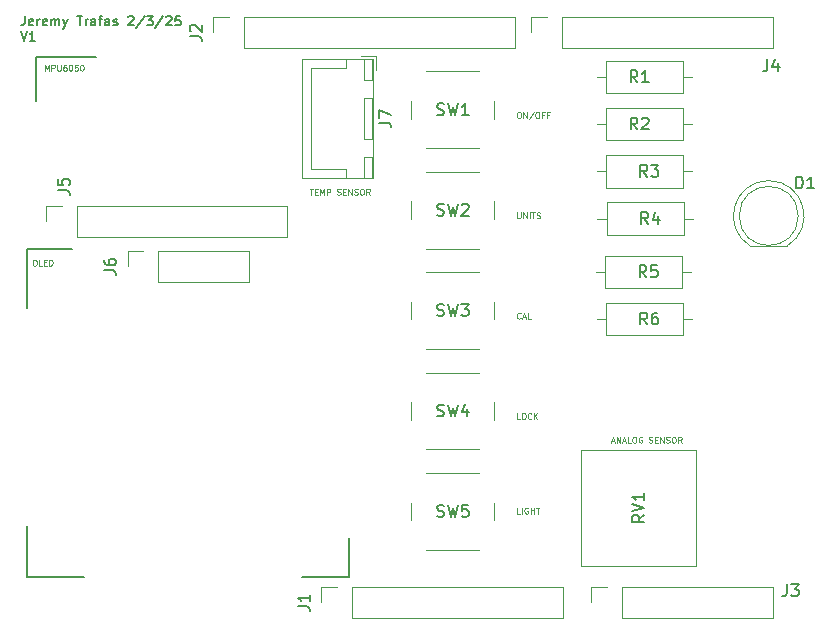
<source format=gbr>
%TF.GenerationSoftware,KiCad,Pcbnew,8.0.8*%
%TF.CreationDate,2025-02-04T07:00:28-07:00*%
%TF.ProjectId,Uno_Shield_ThermoPro,556e6f5f-5368-4696-956c-645f54686572,rev?*%
%TF.SameCoordinates,Original*%
%TF.FileFunction,Legend,Top*%
%TF.FilePolarity,Positive*%
%FSLAX46Y46*%
G04 Gerber Fmt 4.6, Leading zero omitted, Abs format (unit mm)*
G04 Created by KiCad (PCBNEW 8.0.8) date 2025-02-04 07:00:28*
%MOMM*%
%LPD*%
G01*
G04 APERTURE LIST*
%ADD10C,0.150000*%
%ADD11C,0.125000*%
%ADD12C,0.120000*%
G04 APERTURE END LIST*
D10*
X102500000Y-55000000D02*
X102500000Y-51300000D01*
X129000000Y-92000000D02*
X129000000Y-95300000D01*
X129000000Y-95300000D02*
X124988766Y-95300000D01*
X101700000Y-67500000D02*
X105500000Y-67500000D01*
X129000000Y-95300000D02*
X129000000Y-92000000D01*
X101700000Y-95300000D02*
X101700000Y-90995351D01*
X101700000Y-95300000D02*
X106509366Y-95300000D01*
X101700000Y-67500000D02*
X101700000Y-72503998D01*
X102500000Y-51300000D02*
X107503998Y-51300000D01*
D11*
X125629855Y-62432309D02*
X125915569Y-62432309D01*
X125772712Y-62932309D02*
X125772712Y-62432309D01*
X126082235Y-62670404D02*
X126248902Y-62670404D01*
X126320330Y-62932309D02*
X126082235Y-62932309D01*
X126082235Y-62932309D02*
X126082235Y-62432309D01*
X126082235Y-62432309D02*
X126320330Y-62432309D01*
X126534616Y-62932309D02*
X126534616Y-62432309D01*
X126534616Y-62432309D02*
X126701283Y-62789452D01*
X126701283Y-62789452D02*
X126867949Y-62432309D01*
X126867949Y-62432309D02*
X126867949Y-62932309D01*
X127106045Y-62932309D02*
X127106045Y-62432309D01*
X127106045Y-62432309D02*
X127296521Y-62432309D01*
X127296521Y-62432309D02*
X127344140Y-62456119D01*
X127344140Y-62456119D02*
X127367950Y-62479928D01*
X127367950Y-62479928D02*
X127391759Y-62527547D01*
X127391759Y-62527547D02*
X127391759Y-62598976D01*
X127391759Y-62598976D02*
X127367950Y-62646595D01*
X127367950Y-62646595D02*
X127344140Y-62670404D01*
X127344140Y-62670404D02*
X127296521Y-62694214D01*
X127296521Y-62694214D02*
X127106045Y-62694214D01*
X127963188Y-62908500D02*
X128034616Y-62932309D01*
X128034616Y-62932309D02*
X128153664Y-62932309D01*
X128153664Y-62932309D02*
X128201283Y-62908500D01*
X128201283Y-62908500D02*
X128225092Y-62884690D01*
X128225092Y-62884690D02*
X128248902Y-62837071D01*
X128248902Y-62837071D02*
X128248902Y-62789452D01*
X128248902Y-62789452D02*
X128225092Y-62741833D01*
X128225092Y-62741833D02*
X128201283Y-62718023D01*
X128201283Y-62718023D02*
X128153664Y-62694214D01*
X128153664Y-62694214D02*
X128058426Y-62670404D01*
X128058426Y-62670404D02*
X128010807Y-62646595D01*
X128010807Y-62646595D02*
X127986997Y-62622785D01*
X127986997Y-62622785D02*
X127963188Y-62575166D01*
X127963188Y-62575166D02*
X127963188Y-62527547D01*
X127963188Y-62527547D02*
X127986997Y-62479928D01*
X127986997Y-62479928D02*
X128010807Y-62456119D01*
X128010807Y-62456119D02*
X128058426Y-62432309D01*
X128058426Y-62432309D02*
X128177473Y-62432309D01*
X128177473Y-62432309D02*
X128248902Y-62456119D01*
X128463187Y-62670404D02*
X128629854Y-62670404D01*
X128701282Y-62932309D02*
X128463187Y-62932309D01*
X128463187Y-62932309D02*
X128463187Y-62432309D01*
X128463187Y-62432309D02*
X128701282Y-62432309D01*
X128915568Y-62932309D02*
X128915568Y-62432309D01*
X128915568Y-62432309D02*
X129201282Y-62932309D01*
X129201282Y-62932309D02*
X129201282Y-62432309D01*
X129415569Y-62908500D02*
X129486997Y-62932309D01*
X129486997Y-62932309D02*
X129606045Y-62932309D01*
X129606045Y-62932309D02*
X129653664Y-62908500D01*
X129653664Y-62908500D02*
X129677473Y-62884690D01*
X129677473Y-62884690D02*
X129701283Y-62837071D01*
X129701283Y-62837071D02*
X129701283Y-62789452D01*
X129701283Y-62789452D02*
X129677473Y-62741833D01*
X129677473Y-62741833D02*
X129653664Y-62718023D01*
X129653664Y-62718023D02*
X129606045Y-62694214D01*
X129606045Y-62694214D02*
X129510807Y-62670404D01*
X129510807Y-62670404D02*
X129463188Y-62646595D01*
X129463188Y-62646595D02*
X129439378Y-62622785D01*
X129439378Y-62622785D02*
X129415569Y-62575166D01*
X129415569Y-62575166D02*
X129415569Y-62527547D01*
X129415569Y-62527547D02*
X129439378Y-62479928D01*
X129439378Y-62479928D02*
X129463188Y-62456119D01*
X129463188Y-62456119D02*
X129510807Y-62432309D01*
X129510807Y-62432309D02*
X129629854Y-62432309D01*
X129629854Y-62432309D02*
X129701283Y-62456119D01*
X130010806Y-62432309D02*
X130106044Y-62432309D01*
X130106044Y-62432309D02*
X130153663Y-62456119D01*
X130153663Y-62456119D02*
X130201282Y-62503738D01*
X130201282Y-62503738D02*
X130225092Y-62598976D01*
X130225092Y-62598976D02*
X130225092Y-62765642D01*
X130225092Y-62765642D02*
X130201282Y-62860880D01*
X130201282Y-62860880D02*
X130153663Y-62908500D01*
X130153663Y-62908500D02*
X130106044Y-62932309D01*
X130106044Y-62932309D02*
X130010806Y-62932309D01*
X130010806Y-62932309D02*
X129963187Y-62908500D01*
X129963187Y-62908500D02*
X129915568Y-62860880D01*
X129915568Y-62860880D02*
X129891759Y-62765642D01*
X129891759Y-62765642D02*
X129891759Y-62598976D01*
X129891759Y-62598976D02*
X129915568Y-62503738D01*
X129915568Y-62503738D02*
X129963187Y-62456119D01*
X129963187Y-62456119D02*
X130010806Y-62432309D01*
X130725092Y-62932309D02*
X130558426Y-62694214D01*
X130439378Y-62932309D02*
X130439378Y-62432309D01*
X130439378Y-62432309D02*
X130629854Y-62432309D01*
X130629854Y-62432309D02*
X130677473Y-62456119D01*
X130677473Y-62456119D02*
X130701283Y-62479928D01*
X130701283Y-62479928D02*
X130725092Y-62527547D01*
X130725092Y-62527547D02*
X130725092Y-62598976D01*
X130725092Y-62598976D02*
X130701283Y-62646595D01*
X130701283Y-62646595D02*
X130677473Y-62670404D01*
X130677473Y-62670404D02*
X130629854Y-62694214D01*
X130629854Y-62694214D02*
X130439378Y-62694214D01*
X151177474Y-83789452D02*
X151415569Y-83789452D01*
X151129855Y-83932309D02*
X151296521Y-83432309D01*
X151296521Y-83432309D02*
X151463188Y-83932309D01*
X151629854Y-83932309D02*
X151629854Y-83432309D01*
X151629854Y-83432309D02*
X151915568Y-83932309D01*
X151915568Y-83932309D02*
X151915568Y-83432309D01*
X152129855Y-83789452D02*
X152367950Y-83789452D01*
X152082236Y-83932309D02*
X152248902Y-83432309D01*
X152248902Y-83432309D02*
X152415569Y-83932309D01*
X152820330Y-83932309D02*
X152582235Y-83932309D01*
X152582235Y-83932309D02*
X152582235Y-83432309D01*
X153082235Y-83432309D02*
X153177473Y-83432309D01*
X153177473Y-83432309D02*
X153225092Y-83456119D01*
X153225092Y-83456119D02*
X153272711Y-83503738D01*
X153272711Y-83503738D02*
X153296521Y-83598976D01*
X153296521Y-83598976D02*
X153296521Y-83765642D01*
X153296521Y-83765642D02*
X153272711Y-83860880D01*
X153272711Y-83860880D02*
X153225092Y-83908500D01*
X153225092Y-83908500D02*
X153177473Y-83932309D01*
X153177473Y-83932309D02*
X153082235Y-83932309D01*
X153082235Y-83932309D02*
X153034616Y-83908500D01*
X153034616Y-83908500D02*
X152986997Y-83860880D01*
X152986997Y-83860880D02*
X152963188Y-83765642D01*
X152963188Y-83765642D02*
X152963188Y-83598976D01*
X152963188Y-83598976D02*
X152986997Y-83503738D01*
X152986997Y-83503738D02*
X153034616Y-83456119D01*
X153034616Y-83456119D02*
X153082235Y-83432309D01*
X153772712Y-83456119D02*
X153725093Y-83432309D01*
X153725093Y-83432309D02*
X153653664Y-83432309D01*
X153653664Y-83432309D02*
X153582236Y-83456119D01*
X153582236Y-83456119D02*
X153534617Y-83503738D01*
X153534617Y-83503738D02*
X153510807Y-83551357D01*
X153510807Y-83551357D02*
X153486998Y-83646595D01*
X153486998Y-83646595D02*
X153486998Y-83718023D01*
X153486998Y-83718023D02*
X153510807Y-83813261D01*
X153510807Y-83813261D02*
X153534617Y-83860880D01*
X153534617Y-83860880D02*
X153582236Y-83908500D01*
X153582236Y-83908500D02*
X153653664Y-83932309D01*
X153653664Y-83932309D02*
X153701283Y-83932309D01*
X153701283Y-83932309D02*
X153772712Y-83908500D01*
X153772712Y-83908500D02*
X153796521Y-83884690D01*
X153796521Y-83884690D02*
X153796521Y-83718023D01*
X153796521Y-83718023D02*
X153701283Y-83718023D01*
X154367950Y-83908500D02*
X154439378Y-83932309D01*
X154439378Y-83932309D02*
X154558426Y-83932309D01*
X154558426Y-83932309D02*
X154606045Y-83908500D01*
X154606045Y-83908500D02*
X154629854Y-83884690D01*
X154629854Y-83884690D02*
X154653664Y-83837071D01*
X154653664Y-83837071D02*
X154653664Y-83789452D01*
X154653664Y-83789452D02*
X154629854Y-83741833D01*
X154629854Y-83741833D02*
X154606045Y-83718023D01*
X154606045Y-83718023D02*
X154558426Y-83694214D01*
X154558426Y-83694214D02*
X154463188Y-83670404D01*
X154463188Y-83670404D02*
X154415569Y-83646595D01*
X154415569Y-83646595D02*
X154391759Y-83622785D01*
X154391759Y-83622785D02*
X154367950Y-83575166D01*
X154367950Y-83575166D02*
X154367950Y-83527547D01*
X154367950Y-83527547D02*
X154391759Y-83479928D01*
X154391759Y-83479928D02*
X154415569Y-83456119D01*
X154415569Y-83456119D02*
X154463188Y-83432309D01*
X154463188Y-83432309D02*
X154582235Y-83432309D01*
X154582235Y-83432309D02*
X154653664Y-83456119D01*
X154867949Y-83670404D02*
X155034616Y-83670404D01*
X155106044Y-83932309D02*
X154867949Y-83932309D01*
X154867949Y-83932309D02*
X154867949Y-83432309D01*
X154867949Y-83432309D02*
X155106044Y-83432309D01*
X155320330Y-83932309D02*
X155320330Y-83432309D01*
X155320330Y-83432309D02*
X155606044Y-83932309D01*
X155606044Y-83932309D02*
X155606044Y-83432309D01*
X155820331Y-83908500D02*
X155891759Y-83932309D01*
X155891759Y-83932309D02*
X156010807Y-83932309D01*
X156010807Y-83932309D02*
X156058426Y-83908500D01*
X156058426Y-83908500D02*
X156082235Y-83884690D01*
X156082235Y-83884690D02*
X156106045Y-83837071D01*
X156106045Y-83837071D02*
X156106045Y-83789452D01*
X156106045Y-83789452D02*
X156082235Y-83741833D01*
X156082235Y-83741833D02*
X156058426Y-83718023D01*
X156058426Y-83718023D02*
X156010807Y-83694214D01*
X156010807Y-83694214D02*
X155915569Y-83670404D01*
X155915569Y-83670404D02*
X155867950Y-83646595D01*
X155867950Y-83646595D02*
X155844140Y-83622785D01*
X155844140Y-83622785D02*
X155820331Y-83575166D01*
X155820331Y-83575166D02*
X155820331Y-83527547D01*
X155820331Y-83527547D02*
X155844140Y-83479928D01*
X155844140Y-83479928D02*
X155867950Y-83456119D01*
X155867950Y-83456119D02*
X155915569Y-83432309D01*
X155915569Y-83432309D02*
X156034616Y-83432309D01*
X156034616Y-83432309D02*
X156106045Y-83456119D01*
X156415568Y-83432309D02*
X156510806Y-83432309D01*
X156510806Y-83432309D02*
X156558425Y-83456119D01*
X156558425Y-83456119D02*
X156606044Y-83503738D01*
X156606044Y-83503738D02*
X156629854Y-83598976D01*
X156629854Y-83598976D02*
X156629854Y-83765642D01*
X156629854Y-83765642D02*
X156606044Y-83860880D01*
X156606044Y-83860880D02*
X156558425Y-83908500D01*
X156558425Y-83908500D02*
X156510806Y-83932309D01*
X156510806Y-83932309D02*
X156415568Y-83932309D01*
X156415568Y-83932309D02*
X156367949Y-83908500D01*
X156367949Y-83908500D02*
X156320330Y-83860880D01*
X156320330Y-83860880D02*
X156296521Y-83765642D01*
X156296521Y-83765642D02*
X156296521Y-83598976D01*
X156296521Y-83598976D02*
X156320330Y-83503738D01*
X156320330Y-83503738D02*
X156367949Y-83456119D01*
X156367949Y-83456119D02*
X156415568Y-83432309D01*
X157129854Y-83932309D02*
X156963188Y-83694214D01*
X156844140Y-83932309D02*
X156844140Y-83432309D01*
X156844140Y-83432309D02*
X157034616Y-83432309D01*
X157034616Y-83432309D02*
X157082235Y-83456119D01*
X157082235Y-83456119D02*
X157106045Y-83479928D01*
X157106045Y-83479928D02*
X157129854Y-83527547D01*
X157129854Y-83527547D02*
X157129854Y-83598976D01*
X157129854Y-83598976D02*
X157106045Y-83646595D01*
X157106045Y-83646595D02*
X157082235Y-83670404D01*
X157082235Y-83670404D02*
X157034616Y-83694214D01*
X157034616Y-83694214D02*
X156844140Y-83694214D01*
X143439378Y-81932309D02*
X143201283Y-81932309D01*
X143201283Y-81932309D02*
X143201283Y-81432309D01*
X143701283Y-81432309D02*
X143796521Y-81432309D01*
X143796521Y-81432309D02*
X143844140Y-81456119D01*
X143844140Y-81456119D02*
X143891759Y-81503738D01*
X143891759Y-81503738D02*
X143915569Y-81598976D01*
X143915569Y-81598976D02*
X143915569Y-81765642D01*
X143915569Y-81765642D02*
X143891759Y-81860880D01*
X143891759Y-81860880D02*
X143844140Y-81908500D01*
X143844140Y-81908500D02*
X143796521Y-81932309D01*
X143796521Y-81932309D02*
X143701283Y-81932309D01*
X143701283Y-81932309D02*
X143653664Y-81908500D01*
X143653664Y-81908500D02*
X143606045Y-81860880D01*
X143606045Y-81860880D02*
X143582236Y-81765642D01*
X143582236Y-81765642D02*
X143582236Y-81598976D01*
X143582236Y-81598976D02*
X143606045Y-81503738D01*
X143606045Y-81503738D02*
X143653664Y-81456119D01*
X143653664Y-81456119D02*
X143701283Y-81432309D01*
X144415569Y-81884690D02*
X144391760Y-81908500D01*
X144391760Y-81908500D02*
X144320331Y-81932309D01*
X144320331Y-81932309D02*
X144272712Y-81932309D01*
X144272712Y-81932309D02*
X144201284Y-81908500D01*
X144201284Y-81908500D02*
X144153665Y-81860880D01*
X144153665Y-81860880D02*
X144129855Y-81813261D01*
X144129855Y-81813261D02*
X144106046Y-81718023D01*
X144106046Y-81718023D02*
X144106046Y-81646595D01*
X144106046Y-81646595D02*
X144129855Y-81551357D01*
X144129855Y-81551357D02*
X144153665Y-81503738D01*
X144153665Y-81503738D02*
X144201284Y-81456119D01*
X144201284Y-81456119D02*
X144272712Y-81432309D01*
X144272712Y-81432309D02*
X144320331Y-81432309D01*
X144320331Y-81432309D02*
X144391760Y-81456119D01*
X144391760Y-81456119D02*
X144415569Y-81479928D01*
X144629855Y-81932309D02*
X144629855Y-81432309D01*
X144915569Y-81932309D02*
X144701284Y-81646595D01*
X144915569Y-81432309D02*
X144629855Y-81718023D01*
X143296521Y-55932309D02*
X143391759Y-55932309D01*
X143391759Y-55932309D02*
X143439378Y-55956119D01*
X143439378Y-55956119D02*
X143486997Y-56003738D01*
X143486997Y-56003738D02*
X143510807Y-56098976D01*
X143510807Y-56098976D02*
X143510807Y-56265642D01*
X143510807Y-56265642D02*
X143486997Y-56360880D01*
X143486997Y-56360880D02*
X143439378Y-56408500D01*
X143439378Y-56408500D02*
X143391759Y-56432309D01*
X143391759Y-56432309D02*
X143296521Y-56432309D01*
X143296521Y-56432309D02*
X143248902Y-56408500D01*
X143248902Y-56408500D02*
X143201283Y-56360880D01*
X143201283Y-56360880D02*
X143177474Y-56265642D01*
X143177474Y-56265642D02*
X143177474Y-56098976D01*
X143177474Y-56098976D02*
X143201283Y-56003738D01*
X143201283Y-56003738D02*
X143248902Y-55956119D01*
X143248902Y-55956119D02*
X143296521Y-55932309D01*
X143725093Y-56432309D02*
X143725093Y-55932309D01*
X143725093Y-55932309D02*
X144010807Y-56432309D01*
X144010807Y-56432309D02*
X144010807Y-55932309D01*
X144606046Y-55908500D02*
X144177475Y-56551357D01*
X144867951Y-55932309D02*
X144963189Y-55932309D01*
X144963189Y-55932309D02*
X145010808Y-55956119D01*
X145010808Y-55956119D02*
X145058427Y-56003738D01*
X145058427Y-56003738D02*
X145082237Y-56098976D01*
X145082237Y-56098976D02*
X145082237Y-56265642D01*
X145082237Y-56265642D02*
X145058427Y-56360880D01*
X145058427Y-56360880D02*
X145010808Y-56408500D01*
X145010808Y-56408500D02*
X144963189Y-56432309D01*
X144963189Y-56432309D02*
X144867951Y-56432309D01*
X144867951Y-56432309D02*
X144820332Y-56408500D01*
X144820332Y-56408500D02*
X144772713Y-56360880D01*
X144772713Y-56360880D02*
X144748904Y-56265642D01*
X144748904Y-56265642D02*
X144748904Y-56098976D01*
X144748904Y-56098976D02*
X144772713Y-56003738D01*
X144772713Y-56003738D02*
X144820332Y-55956119D01*
X144820332Y-55956119D02*
X144867951Y-55932309D01*
X145463190Y-56170404D02*
X145296523Y-56170404D01*
X145296523Y-56432309D02*
X145296523Y-55932309D01*
X145296523Y-55932309D02*
X145534618Y-55932309D01*
X145891761Y-56170404D02*
X145725094Y-56170404D01*
X145725094Y-56432309D02*
X145725094Y-55932309D01*
X145725094Y-55932309D02*
X145963189Y-55932309D01*
X143201283Y-64432309D02*
X143201283Y-64837071D01*
X143201283Y-64837071D02*
X143225093Y-64884690D01*
X143225093Y-64884690D02*
X143248902Y-64908500D01*
X143248902Y-64908500D02*
X143296521Y-64932309D01*
X143296521Y-64932309D02*
X143391759Y-64932309D01*
X143391759Y-64932309D02*
X143439378Y-64908500D01*
X143439378Y-64908500D02*
X143463188Y-64884690D01*
X143463188Y-64884690D02*
X143486997Y-64837071D01*
X143486997Y-64837071D02*
X143486997Y-64432309D01*
X143725093Y-64932309D02*
X143725093Y-64432309D01*
X143725093Y-64432309D02*
X144010807Y-64932309D01*
X144010807Y-64932309D02*
X144010807Y-64432309D01*
X144248903Y-64932309D02*
X144248903Y-64432309D01*
X144415570Y-64432309D02*
X144701284Y-64432309D01*
X144558427Y-64932309D02*
X144558427Y-64432309D01*
X144844141Y-64908500D02*
X144915569Y-64932309D01*
X144915569Y-64932309D02*
X145034617Y-64932309D01*
X145034617Y-64932309D02*
X145082236Y-64908500D01*
X145082236Y-64908500D02*
X145106045Y-64884690D01*
X145106045Y-64884690D02*
X145129855Y-64837071D01*
X145129855Y-64837071D02*
X145129855Y-64789452D01*
X145129855Y-64789452D02*
X145106045Y-64741833D01*
X145106045Y-64741833D02*
X145082236Y-64718023D01*
X145082236Y-64718023D02*
X145034617Y-64694214D01*
X145034617Y-64694214D02*
X144939379Y-64670404D01*
X144939379Y-64670404D02*
X144891760Y-64646595D01*
X144891760Y-64646595D02*
X144867950Y-64622785D01*
X144867950Y-64622785D02*
X144844141Y-64575166D01*
X144844141Y-64575166D02*
X144844141Y-64527547D01*
X144844141Y-64527547D02*
X144867950Y-64479928D01*
X144867950Y-64479928D02*
X144891760Y-64456119D01*
X144891760Y-64456119D02*
X144939379Y-64432309D01*
X144939379Y-64432309D02*
X145058426Y-64432309D01*
X145058426Y-64432309D02*
X145129855Y-64456119D01*
D10*
X101517731Y-47806340D02*
X101517731Y-48377768D01*
X101517731Y-48377768D02*
X101479636Y-48492054D01*
X101479636Y-48492054D02*
X101403445Y-48568245D01*
X101403445Y-48568245D02*
X101289160Y-48606340D01*
X101289160Y-48606340D02*
X101212969Y-48606340D01*
X102203446Y-48568245D02*
X102127255Y-48606340D01*
X102127255Y-48606340D02*
X101974874Y-48606340D01*
X101974874Y-48606340D02*
X101898684Y-48568245D01*
X101898684Y-48568245D02*
X101860588Y-48492054D01*
X101860588Y-48492054D02*
X101860588Y-48187292D01*
X101860588Y-48187292D02*
X101898684Y-48111102D01*
X101898684Y-48111102D02*
X101974874Y-48073006D01*
X101974874Y-48073006D02*
X102127255Y-48073006D01*
X102127255Y-48073006D02*
X102203446Y-48111102D01*
X102203446Y-48111102D02*
X102241541Y-48187292D01*
X102241541Y-48187292D02*
X102241541Y-48263483D01*
X102241541Y-48263483D02*
X101860588Y-48339673D01*
X102584398Y-48606340D02*
X102584398Y-48073006D01*
X102584398Y-48225387D02*
X102622493Y-48149197D01*
X102622493Y-48149197D02*
X102660588Y-48111102D01*
X102660588Y-48111102D02*
X102736779Y-48073006D01*
X102736779Y-48073006D02*
X102812969Y-48073006D01*
X103384398Y-48568245D02*
X103308207Y-48606340D01*
X103308207Y-48606340D02*
X103155826Y-48606340D01*
X103155826Y-48606340D02*
X103079636Y-48568245D01*
X103079636Y-48568245D02*
X103041540Y-48492054D01*
X103041540Y-48492054D02*
X103041540Y-48187292D01*
X103041540Y-48187292D02*
X103079636Y-48111102D01*
X103079636Y-48111102D02*
X103155826Y-48073006D01*
X103155826Y-48073006D02*
X103308207Y-48073006D01*
X103308207Y-48073006D02*
X103384398Y-48111102D01*
X103384398Y-48111102D02*
X103422493Y-48187292D01*
X103422493Y-48187292D02*
X103422493Y-48263483D01*
X103422493Y-48263483D02*
X103041540Y-48339673D01*
X103765350Y-48606340D02*
X103765350Y-48073006D01*
X103765350Y-48149197D02*
X103803445Y-48111102D01*
X103803445Y-48111102D02*
X103879635Y-48073006D01*
X103879635Y-48073006D02*
X103993921Y-48073006D01*
X103993921Y-48073006D02*
X104070112Y-48111102D01*
X104070112Y-48111102D02*
X104108207Y-48187292D01*
X104108207Y-48187292D02*
X104108207Y-48606340D01*
X104108207Y-48187292D02*
X104146302Y-48111102D01*
X104146302Y-48111102D02*
X104222493Y-48073006D01*
X104222493Y-48073006D02*
X104336778Y-48073006D01*
X104336778Y-48073006D02*
X104412969Y-48111102D01*
X104412969Y-48111102D02*
X104451064Y-48187292D01*
X104451064Y-48187292D02*
X104451064Y-48606340D01*
X104755826Y-48073006D02*
X104946302Y-48606340D01*
X105136779Y-48073006D02*
X104946302Y-48606340D01*
X104946302Y-48606340D02*
X104870112Y-48796816D01*
X104870112Y-48796816D02*
X104832017Y-48834911D01*
X104832017Y-48834911D02*
X104755826Y-48873006D01*
X105936779Y-47806340D02*
X106393922Y-47806340D01*
X106165350Y-48606340D02*
X106165350Y-47806340D01*
X106660589Y-48606340D02*
X106660589Y-48073006D01*
X106660589Y-48225387D02*
X106698684Y-48149197D01*
X106698684Y-48149197D02*
X106736779Y-48111102D01*
X106736779Y-48111102D02*
X106812970Y-48073006D01*
X106812970Y-48073006D02*
X106889160Y-48073006D01*
X107498684Y-48606340D02*
X107498684Y-48187292D01*
X107498684Y-48187292D02*
X107460589Y-48111102D01*
X107460589Y-48111102D02*
X107384398Y-48073006D01*
X107384398Y-48073006D02*
X107232017Y-48073006D01*
X107232017Y-48073006D02*
X107155827Y-48111102D01*
X107498684Y-48568245D02*
X107422493Y-48606340D01*
X107422493Y-48606340D02*
X107232017Y-48606340D01*
X107232017Y-48606340D02*
X107155827Y-48568245D01*
X107155827Y-48568245D02*
X107117731Y-48492054D01*
X107117731Y-48492054D02*
X107117731Y-48415864D01*
X107117731Y-48415864D02*
X107155827Y-48339673D01*
X107155827Y-48339673D02*
X107232017Y-48301578D01*
X107232017Y-48301578D02*
X107422493Y-48301578D01*
X107422493Y-48301578D02*
X107498684Y-48263483D01*
X107765351Y-48073006D02*
X108070113Y-48073006D01*
X107879637Y-48606340D02*
X107879637Y-47920625D01*
X107879637Y-47920625D02*
X107917732Y-47844435D01*
X107917732Y-47844435D02*
X107993922Y-47806340D01*
X107993922Y-47806340D02*
X108070113Y-47806340D01*
X108679637Y-48606340D02*
X108679637Y-48187292D01*
X108679637Y-48187292D02*
X108641542Y-48111102D01*
X108641542Y-48111102D02*
X108565351Y-48073006D01*
X108565351Y-48073006D02*
X108412970Y-48073006D01*
X108412970Y-48073006D02*
X108336780Y-48111102D01*
X108679637Y-48568245D02*
X108603446Y-48606340D01*
X108603446Y-48606340D02*
X108412970Y-48606340D01*
X108412970Y-48606340D02*
X108336780Y-48568245D01*
X108336780Y-48568245D02*
X108298684Y-48492054D01*
X108298684Y-48492054D02*
X108298684Y-48415864D01*
X108298684Y-48415864D02*
X108336780Y-48339673D01*
X108336780Y-48339673D02*
X108412970Y-48301578D01*
X108412970Y-48301578D02*
X108603446Y-48301578D01*
X108603446Y-48301578D02*
X108679637Y-48263483D01*
X109022494Y-48568245D02*
X109098685Y-48606340D01*
X109098685Y-48606340D02*
X109251066Y-48606340D01*
X109251066Y-48606340D02*
X109327256Y-48568245D01*
X109327256Y-48568245D02*
X109365352Y-48492054D01*
X109365352Y-48492054D02*
X109365352Y-48453959D01*
X109365352Y-48453959D02*
X109327256Y-48377768D01*
X109327256Y-48377768D02*
X109251066Y-48339673D01*
X109251066Y-48339673D02*
X109136780Y-48339673D01*
X109136780Y-48339673D02*
X109060590Y-48301578D01*
X109060590Y-48301578D02*
X109022494Y-48225387D01*
X109022494Y-48225387D02*
X109022494Y-48187292D01*
X109022494Y-48187292D02*
X109060590Y-48111102D01*
X109060590Y-48111102D02*
X109136780Y-48073006D01*
X109136780Y-48073006D02*
X109251066Y-48073006D01*
X109251066Y-48073006D02*
X109327256Y-48111102D01*
X110279637Y-47882530D02*
X110317733Y-47844435D01*
X110317733Y-47844435D02*
X110393923Y-47806340D01*
X110393923Y-47806340D02*
X110584399Y-47806340D01*
X110584399Y-47806340D02*
X110660590Y-47844435D01*
X110660590Y-47844435D02*
X110698685Y-47882530D01*
X110698685Y-47882530D02*
X110736780Y-47958721D01*
X110736780Y-47958721D02*
X110736780Y-48034911D01*
X110736780Y-48034911D02*
X110698685Y-48149197D01*
X110698685Y-48149197D02*
X110241542Y-48606340D01*
X110241542Y-48606340D02*
X110736780Y-48606340D01*
X111651066Y-47768245D02*
X110965352Y-48796816D01*
X111841542Y-47806340D02*
X112336780Y-47806340D01*
X112336780Y-47806340D02*
X112070114Y-48111102D01*
X112070114Y-48111102D02*
X112184399Y-48111102D01*
X112184399Y-48111102D02*
X112260590Y-48149197D01*
X112260590Y-48149197D02*
X112298685Y-48187292D01*
X112298685Y-48187292D02*
X112336780Y-48263483D01*
X112336780Y-48263483D02*
X112336780Y-48453959D01*
X112336780Y-48453959D02*
X112298685Y-48530149D01*
X112298685Y-48530149D02*
X112260590Y-48568245D01*
X112260590Y-48568245D02*
X112184399Y-48606340D01*
X112184399Y-48606340D02*
X111955828Y-48606340D01*
X111955828Y-48606340D02*
X111879637Y-48568245D01*
X111879637Y-48568245D02*
X111841542Y-48530149D01*
X113251066Y-47768245D02*
X112565352Y-48796816D01*
X113479637Y-47882530D02*
X113517733Y-47844435D01*
X113517733Y-47844435D02*
X113593923Y-47806340D01*
X113593923Y-47806340D02*
X113784399Y-47806340D01*
X113784399Y-47806340D02*
X113860590Y-47844435D01*
X113860590Y-47844435D02*
X113898685Y-47882530D01*
X113898685Y-47882530D02*
X113936780Y-47958721D01*
X113936780Y-47958721D02*
X113936780Y-48034911D01*
X113936780Y-48034911D02*
X113898685Y-48149197D01*
X113898685Y-48149197D02*
X113441542Y-48606340D01*
X113441542Y-48606340D02*
X113936780Y-48606340D01*
X114660590Y-47806340D02*
X114279638Y-47806340D01*
X114279638Y-47806340D02*
X114241542Y-48187292D01*
X114241542Y-48187292D02*
X114279638Y-48149197D01*
X114279638Y-48149197D02*
X114355828Y-48111102D01*
X114355828Y-48111102D02*
X114546304Y-48111102D01*
X114546304Y-48111102D02*
X114622495Y-48149197D01*
X114622495Y-48149197D02*
X114660590Y-48187292D01*
X114660590Y-48187292D02*
X114698685Y-48263483D01*
X114698685Y-48263483D02*
X114698685Y-48453959D01*
X114698685Y-48453959D02*
X114660590Y-48530149D01*
X114660590Y-48530149D02*
X114622495Y-48568245D01*
X114622495Y-48568245D02*
X114546304Y-48606340D01*
X114546304Y-48606340D02*
X114355828Y-48606340D01*
X114355828Y-48606340D02*
X114279638Y-48568245D01*
X114279638Y-48568245D02*
X114241542Y-48530149D01*
X101174874Y-49094295D02*
X101441541Y-49894295D01*
X101441541Y-49894295D02*
X101708207Y-49094295D01*
X102393921Y-49894295D02*
X101936778Y-49894295D01*
X102165350Y-49894295D02*
X102165350Y-49094295D01*
X102165350Y-49094295D02*
X102089159Y-49208580D01*
X102089159Y-49208580D02*
X102012969Y-49284771D01*
X102012969Y-49284771D02*
X101936778Y-49322866D01*
D11*
X143439378Y-89932309D02*
X143201283Y-89932309D01*
X143201283Y-89932309D02*
X143201283Y-89432309D01*
X143606045Y-89932309D02*
X143606045Y-89432309D01*
X144106045Y-89456119D02*
X144058426Y-89432309D01*
X144058426Y-89432309D02*
X143986997Y-89432309D01*
X143986997Y-89432309D02*
X143915569Y-89456119D01*
X143915569Y-89456119D02*
X143867950Y-89503738D01*
X143867950Y-89503738D02*
X143844140Y-89551357D01*
X143844140Y-89551357D02*
X143820331Y-89646595D01*
X143820331Y-89646595D02*
X143820331Y-89718023D01*
X143820331Y-89718023D02*
X143844140Y-89813261D01*
X143844140Y-89813261D02*
X143867950Y-89860880D01*
X143867950Y-89860880D02*
X143915569Y-89908500D01*
X143915569Y-89908500D02*
X143986997Y-89932309D01*
X143986997Y-89932309D02*
X144034616Y-89932309D01*
X144034616Y-89932309D02*
X144106045Y-89908500D01*
X144106045Y-89908500D02*
X144129854Y-89884690D01*
X144129854Y-89884690D02*
X144129854Y-89718023D01*
X144129854Y-89718023D02*
X144034616Y-89718023D01*
X144344140Y-89932309D02*
X144344140Y-89432309D01*
X144344140Y-89670404D02*
X144629854Y-89670404D01*
X144629854Y-89932309D02*
X144629854Y-89432309D01*
X144796522Y-89432309D02*
X145082236Y-89432309D01*
X144939379Y-89932309D02*
X144939379Y-89432309D01*
X143486997Y-73384690D02*
X143463188Y-73408500D01*
X143463188Y-73408500D02*
X143391759Y-73432309D01*
X143391759Y-73432309D02*
X143344140Y-73432309D01*
X143344140Y-73432309D02*
X143272712Y-73408500D01*
X143272712Y-73408500D02*
X143225093Y-73360880D01*
X143225093Y-73360880D02*
X143201283Y-73313261D01*
X143201283Y-73313261D02*
X143177474Y-73218023D01*
X143177474Y-73218023D02*
X143177474Y-73146595D01*
X143177474Y-73146595D02*
X143201283Y-73051357D01*
X143201283Y-73051357D02*
X143225093Y-73003738D01*
X143225093Y-73003738D02*
X143272712Y-72956119D01*
X143272712Y-72956119D02*
X143344140Y-72932309D01*
X143344140Y-72932309D02*
X143391759Y-72932309D01*
X143391759Y-72932309D02*
X143463188Y-72956119D01*
X143463188Y-72956119D02*
X143486997Y-72979928D01*
X143677474Y-73289452D02*
X143915569Y-73289452D01*
X143629855Y-73432309D02*
X143796521Y-72932309D01*
X143796521Y-72932309D02*
X143963188Y-73432309D01*
X144367949Y-73432309D02*
X144129854Y-73432309D01*
X144129854Y-73432309D02*
X144129854Y-72932309D01*
X103201283Y-52432309D02*
X103201283Y-51932309D01*
X103201283Y-51932309D02*
X103367950Y-52289452D01*
X103367950Y-52289452D02*
X103534616Y-51932309D01*
X103534616Y-51932309D02*
X103534616Y-52432309D01*
X103772712Y-52432309D02*
X103772712Y-51932309D01*
X103772712Y-51932309D02*
X103963188Y-51932309D01*
X103963188Y-51932309D02*
X104010807Y-51956119D01*
X104010807Y-51956119D02*
X104034617Y-51979928D01*
X104034617Y-51979928D02*
X104058426Y-52027547D01*
X104058426Y-52027547D02*
X104058426Y-52098976D01*
X104058426Y-52098976D02*
X104034617Y-52146595D01*
X104034617Y-52146595D02*
X104010807Y-52170404D01*
X104010807Y-52170404D02*
X103963188Y-52194214D01*
X103963188Y-52194214D02*
X103772712Y-52194214D01*
X104272712Y-51932309D02*
X104272712Y-52337071D01*
X104272712Y-52337071D02*
X104296522Y-52384690D01*
X104296522Y-52384690D02*
X104320331Y-52408500D01*
X104320331Y-52408500D02*
X104367950Y-52432309D01*
X104367950Y-52432309D02*
X104463188Y-52432309D01*
X104463188Y-52432309D02*
X104510807Y-52408500D01*
X104510807Y-52408500D02*
X104534617Y-52384690D01*
X104534617Y-52384690D02*
X104558426Y-52337071D01*
X104558426Y-52337071D02*
X104558426Y-51932309D01*
X105010808Y-51932309D02*
X104915570Y-51932309D01*
X104915570Y-51932309D02*
X104867951Y-51956119D01*
X104867951Y-51956119D02*
X104844141Y-51979928D01*
X104844141Y-51979928D02*
X104796522Y-52051357D01*
X104796522Y-52051357D02*
X104772713Y-52146595D01*
X104772713Y-52146595D02*
X104772713Y-52337071D01*
X104772713Y-52337071D02*
X104796522Y-52384690D01*
X104796522Y-52384690D02*
X104820332Y-52408500D01*
X104820332Y-52408500D02*
X104867951Y-52432309D01*
X104867951Y-52432309D02*
X104963189Y-52432309D01*
X104963189Y-52432309D02*
X105010808Y-52408500D01*
X105010808Y-52408500D02*
X105034617Y-52384690D01*
X105034617Y-52384690D02*
X105058427Y-52337071D01*
X105058427Y-52337071D02*
X105058427Y-52218023D01*
X105058427Y-52218023D02*
X105034617Y-52170404D01*
X105034617Y-52170404D02*
X105010808Y-52146595D01*
X105010808Y-52146595D02*
X104963189Y-52122785D01*
X104963189Y-52122785D02*
X104867951Y-52122785D01*
X104867951Y-52122785D02*
X104820332Y-52146595D01*
X104820332Y-52146595D02*
X104796522Y-52170404D01*
X104796522Y-52170404D02*
X104772713Y-52218023D01*
X105367950Y-51932309D02*
X105415569Y-51932309D01*
X105415569Y-51932309D02*
X105463188Y-51956119D01*
X105463188Y-51956119D02*
X105486998Y-51979928D01*
X105486998Y-51979928D02*
X105510807Y-52027547D01*
X105510807Y-52027547D02*
X105534617Y-52122785D01*
X105534617Y-52122785D02*
X105534617Y-52241833D01*
X105534617Y-52241833D02*
X105510807Y-52337071D01*
X105510807Y-52337071D02*
X105486998Y-52384690D01*
X105486998Y-52384690D02*
X105463188Y-52408500D01*
X105463188Y-52408500D02*
X105415569Y-52432309D01*
X105415569Y-52432309D02*
X105367950Y-52432309D01*
X105367950Y-52432309D02*
X105320331Y-52408500D01*
X105320331Y-52408500D02*
X105296522Y-52384690D01*
X105296522Y-52384690D02*
X105272712Y-52337071D01*
X105272712Y-52337071D02*
X105248903Y-52241833D01*
X105248903Y-52241833D02*
X105248903Y-52122785D01*
X105248903Y-52122785D02*
X105272712Y-52027547D01*
X105272712Y-52027547D02*
X105296522Y-51979928D01*
X105296522Y-51979928D02*
X105320331Y-51956119D01*
X105320331Y-51956119D02*
X105367950Y-51932309D01*
X105986997Y-51932309D02*
X105748902Y-51932309D01*
X105748902Y-51932309D02*
X105725093Y-52170404D01*
X105725093Y-52170404D02*
X105748902Y-52146595D01*
X105748902Y-52146595D02*
X105796521Y-52122785D01*
X105796521Y-52122785D02*
X105915569Y-52122785D01*
X105915569Y-52122785D02*
X105963188Y-52146595D01*
X105963188Y-52146595D02*
X105986997Y-52170404D01*
X105986997Y-52170404D02*
X106010807Y-52218023D01*
X106010807Y-52218023D02*
X106010807Y-52337071D01*
X106010807Y-52337071D02*
X105986997Y-52384690D01*
X105986997Y-52384690D02*
X105963188Y-52408500D01*
X105963188Y-52408500D02*
X105915569Y-52432309D01*
X105915569Y-52432309D02*
X105796521Y-52432309D01*
X105796521Y-52432309D02*
X105748902Y-52408500D01*
X105748902Y-52408500D02*
X105725093Y-52384690D01*
X106320330Y-51932309D02*
X106367949Y-51932309D01*
X106367949Y-51932309D02*
X106415568Y-51956119D01*
X106415568Y-51956119D02*
X106439378Y-51979928D01*
X106439378Y-51979928D02*
X106463187Y-52027547D01*
X106463187Y-52027547D02*
X106486997Y-52122785D01*
X106486997Y-52122785D02*
X106486997Y-52241833D01*
X106486997Y-52241833D02*
X106463187Y-52337071D01*
X106463187Y-52337071D02*
X106439378Y-52384690D01*
X106439378Y-52384690D02*
X106415568Y-52408500D01*
X106415568Y-52408500D02*
X106367949Y-52432309D01*
X106367949Y-52432309D02*
X106320330Y-52432309D01*
X106320330Y-52432309D02*
X106272711Y-52408500D01*
X106272711Y-52408500D02*
X106248902Y-52384690D01*
X106248902Y-52384690D02*
X106225092Y-52337071D01*
X106225092Y-52337071D02*
X106201283Y-52241833D01*
X106201283Y-52241833D02*
X106201283Y-52122785D01*
X106201283Y-52122785D02*
X106225092Y-52027547D01*
X106225092Y-52027547D02*
X106248902Y-51979928D01*
X106248902Y-51979928D02*
X106272711Y-51956119D01*
X106272711Y-51956119D02*
X106320330Y-51932309D01*
X102296521Y-68432309D02*
X102391759Y-68432309D01*
X102391759Y-68432309D02*
X102439378Y-68456119D01*
X102439378Y-68456119D02*
X102486997Y-68503738D01*
X102486997Y-68503738D02*
X102510807Y-68598976D01*
X102510807Y-68598976D02*
X102510807Y-68765642D01*
X102510807Y-68765642D02*
X102486997Y-68860880D01*
X102486997Y-68860880D02*
X102439378Y-68908500D01*
X102439378Y-68908500D02*
X102391759Y-68932309D01*
X102391759Y-68932309D02*
X102296521Y-68932309D01*
X102296521Y-68932309D02*
X102248902Y-68908500D01*
X102248902Y-68908500D02*
X102201283Y-68860880D01*
X102201283Y-68860880D02*
X102177474Y-68765642D01*
X102177474Y-68765642D02*
X102177474Y-68598976D01*
X102177474Y-68598976D02*
X102201283Y-68503738D01*
X102201283Y-68503738D02*
X102248902Y-68456119D01*
X102248902Y-68456119D02*
X102296521Y-68432309D01*
X102963188Y-68932309D02*
X102725093Y-68932309D01*
X102725093Y-68932309D02*
X102725093Y-68432309D01*
X103129855Y-68670404D02*
X103296522Y-68670404D01*
X103367950Y-68932309D02*
X103129855Y-68932309D01*
X103129855Y-68932309D02*
X103129855Y-68432309D01*
X103129855Y-68432309D02*
X103367950Y-68432309D01*
X103582236Y-68932309D02*
X103582236Y-68432309D01*
X103582236Y-68432309D02*
X103701284Y-68432309D01*
X103701284Y-68432309D02*
X103772712Y-68456119D01*
X103772712Y-68456119D02*
X103820331Y-68503738D01*
X103820331Y-68503738D02*
X103844141Y-68551357D01*
X103844141Y-68551357D02*
X103867950Y-68646595D01*
X103867950Y-68646595D02*
X103867950Y-68718023D01*
X103867950Y-68718023D02*
X103844141Y-68813261D01*
X103844141Y-68813261D02*
X103820331Y-68860880D01*
X103820331Y-68860880D02*
X103772712Y-68908500D01*
X103772712Y-68908500D02*
X103701284Y-68932309D01*
X103701284Y-68932309D02*
X103582236Y-68932309D01*
D10*
X124624819Y-97793333D02*
X125339104Y-97793333D01*
X125339104Y-97793333D02*
X125481961Y-97840952D01*
X125481961Y-97840952D02*
X125577200Y-97936190D01*
X125577200Y-97936190D02*
X125624819Y-98079047D01*
X125624819Y-98079047D02*
X125624819Y-98174285D01*
X125624819Y-96793333D02*
X125624819Y-97364761D01*
X125624819Y-97079047D02*
X124624819Y-97079047D01*
X124624819Y-97079047D02*
X124767676Y-97174285D01*
X124767676Y-97174285D02*
X124862914Y-97269523D01*
X124862914Y-97269523D02*
X124910533Y-97364761D01*
X166026666Y-95934819D02*
X166026666Y-96649104D01*
X166026666Y-96649104D02*
X165979047Y-96791961D01*
X165979047Y-96791961D02*
X165883809Y-96887200D01*
X165883809Y-96887200D02*
X165740952Y-96934819D01*
X165740952Y-96934819D02*
X165645714Y-96934819D01*
X166407619Y-95934819D02*
X167026666Y-95934819D01*
X167026666Y-95934819D02*
X166693333Y-96315771D01*
X166693333Y-96315771D02*
X166836190Y-96315771D01*
X166836190Y-96315771D02*
X166931428Y-96363390D01*
X166931428Y-96363390D02*
X166979047Y-96411009D01*
X166979047Y-96411009D02*
X167026666Y-96506247D01*
X167026666Y-96506247D02*
X167026666Y-96744342D01*
X167026666Y-96744342D02*
X166979047Y-96839580D01*
X166979047Y-96839580D02*
X166931428Y-96887200D01*
X166931428Y-96887200D02*
X166836190Y-96934819D01*
X166836190Y-96934819D02*
X166550476Y-96934819D01*
X166550476Y-96934819D02*
X166455238Y-96887200D01*
X166455238Y-96887200D02*
X166407619Y-96839580D01*
X115480819Y-49533333D02*
X116195104Y-49533333D01*
X116195104Y-49533333D02*
X116337961Y-49580952D01*
X116337961Y-49580952D02*
X116433200Y-49676190D01*
X116433200Y-49676190D02*
X116480819Y-49819047D01*
X116480819Y-49819047D02*
X116480819Y-49914285D01*
X115576057Y-49104761D02*
X115528438Y-49057142D01*
X115528438Y-49057142D02*
X115480819Y-48961904D01*
X115480819Y-48961904D02*
X115480819Y-48723809D01*
X115480819Y-48723809D02*
X115528438Y-48628571D01*
X115528438Y-48628571D02*
X115576057Y-48580952D01*
X115576057Y-48580952D02*
X115671295Y-48533333D01*
X115671295Y-48533333D02*
X115766533Y-48533333D01*
X115766533Y-48533333D02*
X115909390Y-48580952D01*
X115909390Y-48580952D02*
X116480819Y-49152380D01*
X116480819Y-49152380D02*
X116480819Y-48533333D01*
X164386666Y-51484819D02*
X164386666Y-52199104D01*
X164386666Y-52199104D02*
X164339047Y-52341961D01*
X164339047Y-52341961D02*
X164243809Y-52437200D01*
X164243809Y-52437200D02*
X164100952Y-52484819D01*
X164100952Y-52484819D02*
X164005714Y-52484819D01*
X165291428Y-51818152D02*
X165291428Y-52484819D01*
X165053333Y-51437200D02*
X164815238Y-52151485D01*
X164815238Y-52151485D02*
X165434285Y-52151485D01*
X136416667Y-81657200D02*
X136559524Y-81704819D01*
X136559524Y-81704819D02*
X136797619Y-81704819D01*
X136797619Y-81704819D02*
X136892857Y-81657200D01*
X136892857Y-81657200D02*
X136940476Y-81609580D01*
X136940476Y-81609580D02*
X136988095Y-81514342D01*
X136988095Y-81514342D02*
X136988095Y-81419104D01*
X136988095Y-81419104D02*
X136940476Y-81323866D01*
X136940476Y-81323866D02*
X136892857Y-81276247D01*
X136892857Y-81276247D02*
X136797619Y-81228628D01*
X136797619Y-81228628D02*
X136607143Y-81181009D01*
X136607143Y-81181009D02*
X136511905Y-81133390D01*
X136511905Y-81133390D02*
X136464286Y-81085771D01*
X136464286Y-81085771D02*
X136416667Y-80990533D01*
X136416667Y-80990533D02*
X136416667Y-80895295D01*
X136416667Y-80895295D02*
X136464286Y-80800057D01*
X136464286Y-80800057D02*
X136511905Y-80752438D01*
X136511905Y-80752438D02*
X136607143Y-80704819D01*
X136607143Y-80704819D02*
X136845238Y-80704819D01*
X136845238Y-80704819D02*
X136988095Y-80752438D01*
X137321429Y-80704819D02*
X137559524Y-81704819D01*
X137559524Y-81704819D02*
X137750000Y-80990533D01*
X137750000Y-80990533D02*
X137940476Y-81704819D01*
X137940476Y-81704819D02*
X138178572Y-80704819D01*
X138988095Y-81038152D02*
X138988095Y-81704819D01*
X138750000Y-80657200D02*
X138511905Y-81371485D01*
X138511905Y-81371485D02*
X139130952Y-81371485D01*
X166831905Y-62404819D02*
X166831905Y-61404819D01*
X166831905Y-61404819D02*
X167070000Y-61404819D01*
X167070000Y-61404819D02*
X167212857Y-61452438D01*
X167212857Y-61452438D02*
X167308095Y-61547676D01*
X167308095Y-61547676D02*
X167355714Y-61642914D01*
X167355714Y-61642914D02*
X167403333Y-61833390D01*
X167403333Y-61833390D02*
X167403333Y-61976247D01*
X167403333Y-61976247D02*
X167355714Y-62166723D01*
X167355714Y-62166723D02*
X167308095Y-62261961D01*
X167308095Y-62261961D02*
X167212857Y-62357200D01*
X167212857Y-62357200D02*
X167070000Y-62404819D01*
X167070000Y-62404819D02*
X166831905Y-62404819D01*
X168355714Y-62404819D02*
X167784286Y-62404819D01*
X168070000Y-62404819D02*
X168070000Y-61404819D01*
X168070000Y-61404819D02*
X167974762Y-61547676D01*
X167974762Y-61547676D02*
X167879524Y-61642914D01*
X167879524Y-61642914D02*
X167784286Y-61690533D01*
X136416667Y-90157200D02*
X136559524Y-90204819D01*
X136559524Y-90204819D02*
X136797619Y-90204819D01*
X136797619Y-90204819D02*
X136892857Y-90157200D01*
X136892857Y-90157200D02*
X136940476Y-90109580D01*
X136940476Y-90109580D02*
X136988095Y-90014342D01*
X136988095Y-90014342D02*
X136988095Y-89919104D01*
X136988095Y-89919104D02*
X136940476Y-89823866D01*
X136940476Y-89823866D02*
X136892857Y-89776247D01*
X136892857Y-89776247D02*
X136797619Y-89728628D01*
X136797619Y-89728628D02*
X136607143Y-89681009D01*
X136607143Y-89681009D02*
X136511905Y-89633390D01*
X136511905Y-89633390D02*
X136464286Y-89585771D01*
X136464286Y-89585771D02*
X136416667Y-89490533D01*
X136416667Y-89490533D02*
X136416667Y-89395295D01*
X136416667Y-89395295D02*
X136464286Y-89300057D01*
X136464286Y-89300057D02*
X136511905Y-89252438D01*
X136511905Y-89252438D02*
X136607143Y-89204819D01*
X136607143Y-89204819D02*
X136845238Y-89204819D01*
X136845238Y-89204819D02*
X136988095Y-89252438D01*
X137321429Y-89204819D02*
X137559524Y-90204819D01*
X137559524Y-90204819D02*
X137750000Y-89490533D01*
X137750000Y-89490533D02*
X137940476Y-90204819D01*
X137940476Y-90204819D02*
X138178572Y-89204819D01*
X139035714Y-89204819D02*
X138559524Y-89204819D01*
X138559524Y-89204819D02*
X138511905Y-89681009D01*
X138511905Y-89681009D02*
X138559524Y-89633390D01*
X138559524Y-89633390D02*
X138654762Y-89585771D01*
X138654762Y-89585771D02*
X138892857Y-89585771D01*
X138892857Y-89585771D02*
X138988095Y-89633390D01*
X138988095Y-89633390D02*
X139035714Y-89681009D01*
X139035714Y-89681009D02*
X139083333Y-89776247D01*
X139083333Y-89776247D02*
X139083333Y-90014342D01*
X139083333Y-90014342D02*
X139035714Y-90109580D01*
X139035714Y-90109580D02*
X138988095Y-90157200D01*
X138988095Y-90157200D02*
X138892857Y-90204819D01*
X138892857Y-90204819D02*
X138654762Y-90204819D01*
X138654762Y-90204819D02*
X138559524Y-90157200D01*
X138559524Y-90157200D02*
X138511905Y-90109580D01*
X136416667Y-64657200D02*
X136559524Y-64704819D01*
X136559524Y-64704819D02*
X136797619Y-64704819D01*
X136797619Y-64704819D02*
X136892857Y-64657200D01*
X136892857Y-64657200D02*
X136940476Y-64609580D01*
X136940476Y-64609580D02*
X136988095Y-64514342D01*
X136988095Y-64514342D02*
X136988095Y-64419104D01*
X136988095Y-64419104D02*
X136940476Y-64323866D01*
X136940476Y-64323866D02*
X136892857Y-64276247D01*
X136892857Y-64276247D02*
X136797619Y-64228628D01*
X136797619Y-64228628D02*
X136607143Y-64181009D01*
X136607143Y-64181009D02*
X136511905Y-64133390D01*
X136511905Y-64133390D02*
X136464286Y-64085771D01*
X136464286Y-64085771D02*
X136416667Y-63990533D01*
X136416667Y-63990533D02*
X136416667Y-63895295D01*
X136416667Y-63895295D02*
X136464286Y-63800057D01*
X136464286Y-63800057D02*
X136511905Y-63752438D01*
X136511905Y-63752438D02*
X136607143Y-63704819D01*
X136607143Y-63704819D02*
X136845238Y-63704819D01*
X136845238Y-63704819D02*
X136988095Y-63752438D01*
X137321429Y-63704819D02*
X137559524Y-64704819D01*
X137559524Y-64704819D02*
X137750000Y-63990533D01*
X137750000Y-63990533D02*
X137940476Y-64704819D01*
X137940476Y-64704819D02*
X138178572Y-63704819D01*
X138511905Y-63800057D02*
X138559524Y-63752438D01*
X138559524Y-63752438D02*
X138654762Y-63704819D01*
X138654762Y-63704819D02*
X138892857Y-63704819D01*
X138892857Y-63704819D02*
X138988095Y-63752438D01*
X138988095Y-63752438D02*
X139035714Y-63800057D01*
X139035714Y-63800057D02*
X139083333Y-63895295D01*
X139083333Y-63895295D02*
X139083333Y-63990533D01*
X139083333Y-63990533D02*
X139035714Y-64133390D01*
X139035714Y-64133390D02*
X138464286Y-64704819D01*
X138464286Y-64704819D02*
X139083333Y-64704819D01*
X154293333Y-65414819D02*
X153960000Y-64938628D01*
X153721905Y-65414819D02*
X153721905Y-64414819D01*
X153721905Y-64414819D02*
X154102857Y-64414819D01*
X154102857Y-64414819D02*
X154198095Y-64462438D01*
X154198095Y-64462438D02*
X154245714Y-64510057D01*
X154245714Y-64510057D02*
X154293333Y-64605295D01*
X154293333Y-64605295D02*
X154293333Y-64748152D01*
X154293333Y-64748152D02*
X154245714Y-64843390D01*
X154245714Y-64843390D02*
X154198095Y-64891009D01*
X154198095Y-64891009D02*
X154102857Y-64938628D01*
X154102857Y-64938628D02*
X153721905Y-64938628D01*
X155150476Y-64748152D02*
X155150476Y-65414819D01*
X154912381Y-64367200D02*
X154674286Y-65081485D01*
X154674286Y-65081485D02*
X155293333Y-65081485D01*
X153373333Y-53414819D02*
X153040000Y-52938628D01*
X152801905Y-53414819D02*
X152801905Y-52414819D01*
X152801905Y-52414819D02*
X153182857Y-52414819D01*
X153182857Y-52414819D02*
X153278095Y-52462438D01*
X153278095Y-52462438D02*
X153325714Y-52510057D01*
X153325714Y-52510057D02*
X153373333Y-52605295D01*
X153373333Y-52605295D02*
X153373333Y-52748152D01*
X153373333Y-52748152D02*
X153325714Y-52843390D01*
X153325714Y-52843390D02*
X153278095Y-52891009D01*
X153278095Y-52891009D02*
X153182857Y-52938628D01*
X153182857Y-52938628D02*
X152801905Y-52938628D01*
X154325714Y-53414819D02*
X153754286Y-53414819D01*
X154040000Y-53414819D02*
X154040000Y-52414819D01*
X154040000Y-52414819D02*
X153944762Y-52557676D01*
X153944762Y-52557676D02*
X153849524Y-52652914D01*
X153849524Y-52652914D02*
X153754286Y-52700533D01*
X136416667Y-73157200D02*
X136559524Y-73204819D01*
X136559524Y-73204819D02*
X136797619Y-73204819D01*
X136797619Y-73204819D02*
X136892857Y-73157200D01*
X136892857Y-73157200D02*
X136940476Y-73109580D01*
X136940476Y-73109580D02*
X136988095Y-73014342D01*
X136988095Y-73014342D02*
X136988095Y-72919104D01*
X136988095Y-72919104D02*
X136940476Y-72823866D01*
X136940476Y-72823866D02*
X136892857Y-72776247D01*
X136892857Y-72776247D02*
X136797619Y-72728628D01*
X136797619Y-72728628D02*
X136607143Y-72681009D01*
X136607143Y-72681009D02*
X136511905Y-72633390D01*
X136511905Y-72633390D02*
X136464286Y-72585771D01*
X136464286Y-72585771D02*
X136416667Y-72490533D01*
X136416667Y-72490533D02*
X136416667Y-72395295D01*
X136416667Y-72395295D02*
X136464286Y-72300057D01*
X136464286Y-72300057D02*
X136511905Y-72252438D01*
X136511905Y-72252438D02*
X136607143Y-72204819D01*
X136607143Y-72204819D02*
X136845238Y-72204819D01*
X136845238Y-72204819D02*
X136988095Y-72252438D01*
X137321429Y-72204819D02*
X137559524Y-73204819D01*
X137559524Y-73204819D02*
X137750000Y-72490533D01*
X137750000Y-72490533D02*
X137940476Y-73204819D01*
X137940476Y-73204819D02*
X138178572Y-72204819D01*
X138464286Y-72204819D02*
X139083333Y-72204819D01*
X139083333Y-72204819D02*
X138750000Y-72585771D01*
X138750000Y-72585771D02*
X138892857Y-72585771D01*
X138892857Y-72585771D02*
X138988095Y-72633390D01*
X138988095Y-72633390D02*
X139035714Y-72681009D01*
X139035714Y-72681009D02*
X139083333Y-72776247D01*
X139083333Y-72776247D02*
X139083333Y-73014342D01*
X139083333Y-73014342D02*
X139035714Y-73109580D01*
X139035714Y-73109580D02*
X138988095Y-73157200D01*
X138988095Y-73157200D02*
X138892857Y-73204819D01*
X138892857Y-73204819D02*
X138607143Y-73204819D01*
X138607143Y-73204819D02*
X138511905Y-73157200D01*
X138511905Y-73157200D02*
X138464286Y-73109580D01*
X108234819Y-69343333D02*
X108949104Y-69343333D01*
X108949104Y-69343333D02*
X109091961Y-69390952D01*
X109091961Y-69390952D02*
X109187200Y-69486190D01*
X109187200Y-69486190D02*
X109234819Y-69629047D01*
X109234819Y-69629047D02*
X109234819Y-69724285D01*
X108234819Y-68438571D02*
X108234819Y-68629047D01*
X108234819Y-68629047D02*
X108282438Y-68724285D01*
X108282438Y-68724285D02*
X108330057Y-68771904D01*
X108330057Y-68771904D02*
X108472914Y-68867142D01*
X108472914Y-68867142D02*
X108663390Y-68914761D01*
X108663390Y-68914761D02*
X109044342Y-68914761D01*
X109044342Y-68914761D02*
X109139580Y-68867142D01*
X109139580Y-68867142D02*
X109187200Y-68819523D01*
X109187200Y-68819523D02*
X109234819Y-68724285D01*
X109234819Y-68724285D02*
X109234819Y-68533809D01*
X109234819Y-68533809D02*
X109187200Y-68438571D01*
X109187200Y-68438571D02*
X109139580Y-68390952D01*
X109139580Y-68390952D02*
X109044342Y-68343333D01*
X109044342Y-68343333D02*
X108806247Y-68343333D01*
X108806247Y-68343333D02*
X108711009Y-68390952D01*
X108711009Y-68390952D02*
X108663390Y-68438571D01*
X108663390Y-68438571D02*
X108615771Y-68533809D01*
X108615771Y-68533809D02*
X108615771Y-68724285D01*
X108615771Y-68724285D02*
X108663390Y-68819523D01*
X108663390Y-68819523D02*
X108711009Y-68867142D01*
X108711009Y-68867142D02*
X108806247Y-68914761D01*
X136416667Y-56157200D02*
X136559524Y-56204819D01*
X136559524Y-56204819D02*
X136797619Y-56204819D01*
X136797619Y-56204819D02*
X136892857Y-56157200D01*
X136892857Y-56157200D02*
X136940476Y-56109580D01*
X136940476Y-56109580D02*
X136988095Y-56014342D01*
X136988095Y-56014342D02*
X136988095Y-55919104D01*
X136988095Y-55919104D02*
X136940476Y-55823866D01*
X136940476Y-55823866D02*
X136892857Y-55776247D01*
X136892857Y-55776247D02*
X136797619Y-55728628D01*
X136797619Y-55728628D02*
X136607143Y-55681009D01*
X136607143Y-55681009D02*
X136511905Y-55633390D01*
X136511905Y-55633390D02*
X136464286Y-55585771D01*
X136464286Y-55585771D02*
X136416667Y-55490533D01*
X136416667Y-55490533D02*
X136416667Y-55395295D01*
X136416667Y-55395295D02*
X136464286Y-55300057D01*
X136464286Y-55300057D02*
X136511905Y-55252438D01*
X136511905Y-55252438D02*
X136607143Y-55204819D01*
X136607143Y-55204819D02*
X136845238Y-55204819D01*
X136845238Y-55204819D02*
X136988095Y-55252438D01*
X137321429Y-55204819D02*
X137559524Y-56204819D01*
X137559524Y-56204819D02*
X137750000Y-55490533D01*
X137750000Y-55490533D02*
X137940476Y-56204819D01*
X137940476Y-56204819D02*
X138178572Y-55204819D01*
X139083333Y-56204819D02*
X138511905Y-56204819D01*
X138797619Y-56204819D02*
X138797619Y-55204819D01*
X138797619Y-55204819D02*
X138702381Y-55347676D01*
X138702381Y-55347676D02*
X138607143Y-55442914D01*
X138607143Y-55442914D02*
X138511905Y-55490533D01*
X131504819Y-56833333D02*
X132219104Y-56833333D01*
X132219104Y-56833333D02*
X132361961Y-56880952D01*
X132361961Y-56880952D02*
X132457200Y-56976190D01*
X132457200Y-56976190D02*
X132504819Y-57119047D01*
X132504819Y-57119047D02*
X132504819Y-57214285D01*
X131504819Y-56452380D02*
X131504819Y-55785714D01*
X131504819Y-55785714D02*
X132504819Y-56214285D01*
X154133333Y-69914819D02*
X153800000Y-69438628D01*
X153561905Y-69914819D02*
X153561905Y-68914819D01*
X153561905Y-68914819D02*
X153942857Y-68914819D01*
X153942857Y-68914819D02*
X154038095Y-68962438D01*
X154038095Y-68962438D02*
X154085714Y-69010057D01*
X154085714Y-69010057D02*
X154133333Y-69105295D01*
X154133333Y-69105295D02*
X154133333Y-69248152D01*
X154133333Y-69248152D02*
X154085714Y-69343390D01*
X154085714Y-69343390D02*
X154038095Y-69391009D01*
X154038095Y-69391009D02*
X153942857Y-69438628D01*
X153942857Y-69438628D02*
X153561905Y-69438628D01*
X155038095Y-68914819D02*
X154561905Y-68914819D01*
X154561905Y-68914819D02*
X154514286Y-69391009D01*
X154514286Y-69391009D02*
X154561905Y-69343390D01*
X154561905Y-69343390D02*
X154657143Y-69295771D01*
X154657143Y-69295771D02*
X154895238Y-69295771D01*
X154895238Y-69295771D02*
X154990476Y-69343390D01*
X154990476Y-69343390D02*
X155038095Y-69391009D01*
X155038095Y-69391009D02*
X155085714Y-69486247D01*
X155085714Y-69486247D02*
X155085714Y-69724342D01*
X155085714Y-69724342D02*
X155038095Y-69819580D01*
X155038095Y-69819580D02*
X154990476Y-69867200D01*
X154990476Y-69867200D02*
X154895238Y-69914819D01*
X154895238Y-69914819D02*
X154657143Y-69914819D01*
X154657143Y-69914819D02*
X154561905Y-69867200D01*
X154561905Y-69867200D02*
X154514286Y-69819580D01*
X153373333Y-57414819D02*
X153040000Y-56938628D01*
X152801905Y-57414819D02*
X152801905Y-56414819D01*
X152801905Y-56414819D02*
X153182857Y-56414819D01*
X153182857Y-56414819D02*
X153278095Y-56462438D01*
X153278095Y-56462438D02*
X153325714Y-56510057D01*
X153325714Y-56510057D02*
X153373333Y-56605295D01*
X153373333Y-56605295D02*
X153373333Y-56748152D01*
X153373333Y-56748152D02*
X153325714Y-56843390D01*
X153325714Y-56843390D02*
X153278095Y-56891009D01*
X153278095Y-56891009D02*
X153182857Y-56938628D01*
X153182857Y-56938628D02*
X152801905Y-56938628D01*
X153754286Y-56510057D02*
X153801905Y-56462438D01*
X153801905Y-56462438D02*
X153897143Y-56414819D01*
X153897143Y-56414819D02*
X154135238Y-56414819D01*
X154135238Y-56414819D02*
X154230476Y-56462438D01*
X154230476Y-56462438D02*
X154278095Y-56510057D01*
X154278095Y-56510057D02*
X154325714Y-56605295D01*
X154325714Y-56605295D02*
X154325714Y-56700533D01*
X154325714Y-56700533D02*
X154278095Y-56843390D01*
X154278095Y-56843390D02*
X153706667Y-57414819D01*
X153706667Y-57414819D02*
X154325714Y-57414819D01*
X153954819Y-90040238D02*
X153478628Y-90373571D01*
X153954819Y-90611666D02*
X152954819Y-90611666D01*
X152954819Y-90611666D02*
X152954819Y-90230714D01*
X152954819Y-90230714D02*
X153002438Y-90135476D01*
X153002438Y-90135476D02*
X153050057Y-90087857D01*
X153050057Y-90087857D02*
X153145295Y-90040238D01*
X153145295Y-90040238D02*
X153288152Y-90040238D01*
X153288152Y-90040238D02*
X153383390Y-90087857D01*
X153383390Y-90087857D02*
X153431009Y-90135476D01*
X153431009Y-90135476D02*
X153478628Y-90230714D01*
X153478628Y-90230714D02*
X153478628Y-90611666D01*
X152954819Y-89754523D02*
X153954819Y-89421190D01*
X153954819Y-89421190D02*
X152954819Y-89087857D01*
X153954819Y-88230714D02*
X153954819Y-88802142D01*
X153954819Y-88516428D02*
X152954819Y-88516428D01*
X152954819Y-88516428D02*
X153097676Y-88611666D01*
X153097676Y-88611666D02*
X153192914Y-88706904D01*
X153192914Y-88706904D02*
X153240533Y-88802142D01*
X104314819Y-62573333D02*
X105029104Y-62573333D01*
X105029104Y-62573333D02*
X105171961Y-62620952D01*
X105171961Y-62620952D02*
X105267200Y-62716190D01*
X105267200Y-62716190D02*
X105314819Y-62859047D01*
X105314819Y-62859047D02*
X105314819Y-62954285D01*
X104314819Y-61620952D02*
X104314819Y-62097142D01*
X104314819Y-62097142D02*
X104791009Y-62144761D01*
X104791009Y-62144761D02*
X104743390Y-62097142D01*
X104743390Y-62097142D02*
X104695771Y-62001904D01*
X104695771Y-62001904D02*
X104695771Y-61763809D01*
X104695771Y-61763809D02*
X104743390Y-61668571D01*
X104743390Y-61668571D02*
X104791009Y-61620952D01*
X104791009Y-61620952D02*
X104886247Y-61573333D01*
X104886247Y-61573333D02*
X105124342Y-61573333D01*
X105124342Y-61573333D02*
X105219580Y-61620952D01*
X105219580Y-61620952D02*
X105267200Y-61668571D01*
X105267200Y-61668571D02*
X105314819Y-61763809D01*
X105314819Y-61763809D02*
X105314819Y-62001904D01*
X105314819Y-62001904D02*
X105267200Y-62097142D01*
X105267200Y-62097142D02*
X105219580Y-62144761D01*
X154213333Y-73914819D02*
X153880000Y-73438628D01*
X153641905Y-73914819D02*
X153641905Y-72914819D01*
X153641905Y-72914819D02*
X154022857Y-72914819D01*
X154022857Y-72914819D02*
X154118095Y-72962438D01*
X154118095Y-72962438D02*
X154165714Y-73010057D01*
X154165714Y-73010057D02*
X154213333Y-73105295D01*
X154213333Y-73105295D02*
X154213333Y-73248152D01*
X154213333Y-73248152D02*
X154165714Y-73343390D01*
X154165714Y-73343390D02*
X154118095Y-73391009D01*
X154118095Y-73391009D02*
X154022857Y-73438628D01*
X154022857Y-73438628D02*
X153641905Y-73438628D01*
X155070476Y-72914819D02*
X154880000Y-72914819D01*
X154880000Y-72914819D02*
X154784762Y-72962438D01*
X154784762Y-72962438D02*
X154737143Y-73010057D01*
X154737143Y-73010057D02*
X154641905Y-73152914D01*
X154641905Y-73152914D02*
X154594286Y-73343390D01*
X154594286Y-73343390D02*
X154594286Y-73724342D01*
X154594286Y-73724342D02*
X154641905Y-73819580D01*
X154641905Y-73819580D02*
X154689524Y-73867200D01*
X154689524Y-73867200D02*
X154784762Y-73914819D01*
X154784762Y-73914819D02*
X154975238Y-73914819D01*
X154975238Y-73914819D02*
X155070476Y-73867200D01*
X155070476Y-73867200D02*
X155118095Y-73819580D01*
X155118095Y-73819580D02*
X155165714Y-73724342D01*
X155165714Y-73724342D02*
X155165714Y-73486247D01*
X155165714Y-73486247D02*
X155118095Y-73391009D01*
X155118095Y-73391009D02*
X155070476Y-73343390D01*
X155070476Y-73343390D02*
X154975238Y-73295771D01*
X154975238Y-73295771D02*
X154784762Y-73295771D01*
X154784762Y-73295771D02*
X154689524Y-73343390D01*
X154689524Y-73343390D02*
X154641905Y-73391009D01*
X154641905Y-73391009D02*
X154594286Y-73486247D01*
X154213333Y-61414819D02*
X153880000Y-60938628D01*
X153641905Y-61414819D02*
X153641905Y-60414819D01*
X153641905Y-60414819D02*
X154022857Y-60414819D01*
X154022857Y-60414819D02*
X154118095Y-60462438D01*
X154118095Y-60462438D02*
X154165714Y-60510057D01*
X154165714Y-60510057D02*
X154213333Y-60605295D01*
X154213333Y-60605295D02*
X154213333Y-60748152D01*
X154213333Y-60748152D02*
X154165714Y-60843390D01*
X154165714Y-60843390D02*
X154118095Y-60891009D01*
X154118095Y-60891009D02*
X154022857Y-60938628D01*
X154022857Y-60938628D02*
X153641905Y-60938628D01*
X154546667Y-60414819D02*
X155165714Y-60414819D01*
X155165714Y-60414819D02*
X154832381Y-60795771D01*
X154832381Y-60795771D02*
X154975238Y-60795771D01*
X154975238Y-60795771D02*
X155070476Y-60843390D01*
X155070476Y-60843390D02*
X155118095Y-60891009D01*
X155118095Y-60891009D02*
X155165714Y-60986247D01*
X155165714Y-60986247D02*
X155165714Y-61224342D01*
X155165714Y-61224342D02*
X155118095Y-61319580D01*
X155118095Y-61319580D02*
X155070476Y-61367200D01*
X155070476Y-61367200D02*
X154975238Y-61414819D01*
X154975238Y-61414819D02*
X154689524Y-61414819D01*
X154689524Y-61414819D02*
X154594286Y-61367200D01*
X154594286Y-61367200D02*
X154546667Y-61319580D01*
D12*
%TO.C,J1*%
X126610000Y-96130000D02*
X127940000Y-96130000D01*
X126610000Y-97460000D02*
X126610000Y-96130000D01*
X129210000Y-96130000D02*
X147050000Y-96130000D01*
X129210000Y-98790000D02*
X129210000Y-96130000D01*
X129210000Y-98790000D02*
X147050000Y-98790000D01*
X147050000Y-98790000D02*
X147050000Y-96130000D01*
%TO.C,J3*%
X149470000Y-96130000D02*
X150800000Y-96130000D01*
X149470000Y-97460000D02*
X149470000Y-96130000D01*
X152070000Y-96130000D02*
X164830000Y-96130000D01*
X152070000Y-98790000D02*
X152070000Y-96130000D01*
X152070000Y-98790000D02*
X164830000Y-98790000D01*
X164830000Y-98790000D02*
X164830000Y-96130000D01*
%TO.C,J2*%
X117466000Y-47870000D02*
X118796000Y-47870000D01*
X117466000Y-49200000D02*
X117466000Y-47870000D01*
X120066000Y-47870000D02*
X142986000Y-47870000D01*
X120066000Y-50530000D02*
X120066000Y-47870000D01*
X120066000Y-50530000D02*
X142986000Y-50530000D01*
X142986000Y-50530000D02*
X142986000Y-47870000D01*
%TO.C,J4*%
X144390000Y-47870000D02*
X145720000Y-47870000D01*
X144390000Y-49200000D02*
X144390000Y-47870000D01*
X146990000Y-47870000D02*
X164830000Y-47870000D01*
X146990000Y-50530000D02*
X146990000Y-47870000D01*
X146990000Y-50530000D02*
X164830000Y-50530000D01*
X164830000Y-50530000D02*
X164830000Y-47870000D01*
%TO.C,SW4*%
X134250000Y-80500000D02*
X134250000Y-82000000D01*
X135500000Y-84500000D02*
X140000000Y-84500000D01*
X140000000Y-78000000D02*
X135500000Y-78000000D01*
X141250000Y-82000000D02*
X141250000Y-80500000D01*
%TO.C,D1*%
X162955000Y-67290000D02*
X166045000Y-67290000D01*
X162955170Y-67290000D02*
G75*
G02*
X164500462Y-61740000I1544830J2560000D01*
G01*
X164499538Y-61740000D02*
G75*
G02*
X166044830Y-67290000I462J-2990000D01*
G01*
X167000000Y-64730000D02*
G75*
G02*
X162000000Y-64730000I-2500000J0D01*
G01*
X162000000Y-64730000D02*
G75*
G02*
X167000000Y-64730000I2500000J0D01*
G01*
%TO.C,SW5*%
X134250000Y-89000000D02*
X134250000Y-90500000D01*
X135500000Y-93000000D02*
X140000000Y-93000000D01*
X140000000Y-86500000D02*
X135500000Y-86500000D01*
X141250000Y-90500000D02*
X141250000Y-89000000D01*
%TO.C,SW2*%
X134250000Y-63500000D02*
X134250000Y-65000000D01*
X135500000Y-67500000D02*
X140000000Y-67500000D01*
X140000000Y-61000000D02*
X135500000Y-61000000D01*
X141250000Y-65000000D02*
X141250000Y-63500000D01*
%TO.C,R4*%
X150000000Y-64960000D02*
X150770000Y-64960000D01*
X150770000Y-63590000D02*
X150770000Y-66330000D01*
X150770000Y-66330000D02*
X157310000Y-66330000D01*
X157310000Y-63590000D02*
X150770000Y-63590000D01*
X157310000Y-66330000D02*
X157310000Y-63590000D01*
X158080000Y-64960000D02*
X157310000Y-64960000D01*
%TO.C,R1*%
X149920000Y-52960000D02*
X150690000Y-52960000D01*
X150690000Y-51590000D02*
X150690000Y-54330000D01*
X150690000Y-54330000D02*
X157230000Y-54330000D01*
X157230000Y-51590000D02*
X150690000Y-51590000D01*
X157230000Y-54330000D02*
X157230000Y-51590000D01*
X158000000Y-52960000D02*
X157230000Y-52960000D01*
%TO.C,SW3*%
X134250000Y-72000000D02*
X134250000Y-73500000D01*
X135500000Y-76000000D02*
X140000000Y-76000000D01*
X140000000Y-69500000D02*
X135500000Y-69500000D01*
X141250000Y-73500000D02*
X141250000Y-72000000D01*
%TO.C,J6*%
X110220000Y-67680000D02*
X111550000Y-67680000D01*
X110220000Y-69010000D02*
X110220000Y-67680000D01*
X112820000Y-67680000D02*
X120500000Y-67680000D01*
X112820000Y-70340000D02*
X112820000Y-67680000D01*
X112820000Y-70340000D02*
X120500000Y-70340000D01*
X120500000Y-70340000D02*
X120500000Y-67680000D01*
%TO.C,SW1*%
X134250000Y-55000000D02*
X134250000Y-56500000D01*
X135500000Y-59000000D02*
X140000000Y-59000000D01*
X140000000Y-52500000D02*
X135500000Y-52500000D01*
X141250000Y-56500000D02*
X141250000Y-55000000D01*
%TO.C,J7*%
X124990000Y-51440000D02*
X124990000Y-61560000D01*
X124990000Y-61560000D02*
X130960000Y-61560000D01*
X125750000Y-52200000D02*
X125750000Y-56500000D01*
X125750000Y-60800000D02*
X125750000Y-56500000D01*
X128700000Y-51450000D02*
X128700000Y-52200000D01*
X128700000Y-52200000D02*
X125750000Y-52200000D01*
X128700000Y-60800000D02*
X125750000Y-60800000D01*
X128700000Y-61550000D02*
X128700000Y-60800000D01*
X130200000Y-51450000D02*
X130200000Y-53250000D01*
X130200000Y-53250000D02*
X130950000Y-53250000D01*
X130200000Y-54750000D02*
X130200000Y-58250000D01*
X130200000Y-58250000D02*
X130950000Y-58250000D01*
X130200000Y-59750000D02*
X130200000Y-61550000D01*
X130200000Y-61550000D02*
X130950000Y-61550000D01*
X130950000Y-51450000D02*
X130200000Y-51450000D01*
X130950000Y-53250000D02*
X130950000Y-51450000D01*
X130950000Y-54750000D02*
X130200000Y-54750000D01*
X130950000Y-58250000D02*
X130950000Y-54750000D01*
X130950000Y-59750000D02*
X130200000Y-59750000D01*
X130950000Y-61550000D02*
X130950000Y-59750000D01*
X130960000Y-51440000D02*
X124990000Y-51440000D01*
X130960000Y-61560000D02*
X130960000Y-51440000D01*
X131250000Y-51150000D02*
X130000000Y-51150000D01*
X131250000Y-52400000D02*
X131250000Y-51150000D01*
%TO.C,R5*%
X149840000Y-69460000D02*
X150610000Y-69460000D01*
X150610000Y-68090000D02*
X150610000Y-70830000D01*
X150610000Y-70830000D02*
X157150000Y-70830000D01*
X157150000Y-68090000D02*
X150610000Y-68090000D01*
X157150000Y-70830000D02*
X157150000Y-68090000D01*
X157920000Y-69460000D02*
X157150000Y-69460000D01*
%TO.C,R2*%
X149920000Y-56960000D02*
X150690000Y-56960000D01*
X150690000Y-55590000D02*
X150690000Y-58330000D01*
X150690000Y-58330000D02*
X157230000Y-58330000D01*
X157230000Y-55590000D02*
X150690000Y-55590000D01*
X157230000Y-58330000D02*
X157230000Y-55590000D01*
X158000000Y-56960000D02*
X157230000Y-56960000D01*
%TO.C,RV1*%
X148615000Y-84560000D02*
X148615000Y-94330000D01*
X158385000Y-84560000D02*
X148615000Y-84560000D01*
X158385000Y-84560000D02*
X158385000Y-94330000D01*
X158385000Y-94330000D02*
X148615000Y-94330000D01*
%TO.C,J5*%
X103300000Y-63850000D02*
X104630000Y-63850000D01*
X103300000Y-65180000D02*
X103300000Y-63850000D01*
X105900000Y-63850000D02*
X123740000Y-63850000D01*
X105900000Y-66510000D02*
X105900000Y-63850000D01*
X105900000Y-66510000D02*
X123740000Y-66510000D01*
X123740000Y-66510000D02*
X123740000Y-63850000D01*
%TO.C,R6*%
X149920000Y-73460000D02*
X150690000Y-73460000D01*
X150690000Y-72090000D02*
X150690000Y-74830000D01*
X150690000Y-74830000D02*
X157230000Y-74830000D01*
X157230000Y-72090000D02*
X150690000Y-72090000D01*
X157230000Y-74830000D02*
X157230000Y-72090000D01*
X158000000Y-73460000D02*
X157230000Y-73460000D01*
%TO.C,R3*%
X149920000Y-60960000D02*
X150690000Y-60960000D01*
X150690000Y-59590000D02*
X150690000Y-62330000D01*
X150690000Y-62330000D02*
X157230000Y-62330000D01*
X157230000Y-59590000D02*
X150690000Y-59590000D01*
X157230000Y-62330000D02*
X157230000Y-59590000D01*
X158000000Y-60960000D02*
X157230000Y-60960000D01*
%TD*%
M02*

</source>
